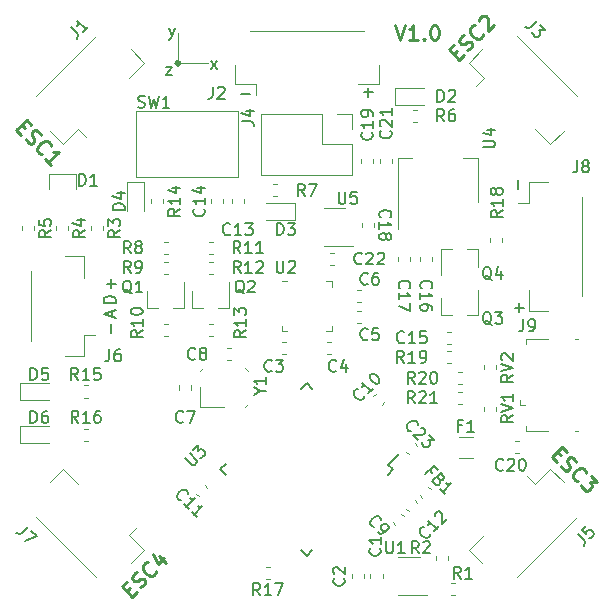
<source format=gbr>
G04 #@! TF.GenerationSoftware,KiCad,Pcbnew,(5.1.8)-1*
G04 #@! TF.CreationDate,2021-01-03T13:20:31-07:00*
G04 #@! TF.ProjectId,Flight-Controller-PCB,466c6967-6874-42d4-936f-6e74726f6c6c,rev?*
G04 #@! TF.SameCoordinates,Original*
G04 #@! TF.FileFunction,Legend,Top*
G04 #@! TF.FilePolarity,Positive*
%FSLAX46Y46*%
G04 Gerber Fmt 4.6, Leading zero omitted, Abs format (unit mm)*
G04 Created by KiCad (PCBNEW (5.1.8)-1) date 2021-01-03 13:20:31*
%MOMM*%
%LPD*%
G01*
G04 APERTURE LIST*
%ADD10C,0.250000*%
%ADD11C,0.200000*%
%ADD12C,0.400000*%
%ADD13C,0.120000*%
%ADD14C,0.150000*%
G04 APERTURE END LIST*
D10*
X96393238Y-90501476D02*
X96809904Y-91751476D01*
X97226571Y-90501476D01*
X98298000Y-91751476D02*
X97583714Y-91751476D01*
X97940857Y-91751476D02*
X97940857Y-90501476D01*
X97821809Y-90680047D01*
X97702761Y-90799095D01*
X97583714Y-90858619D01*
X98833714Y-91632428D02*
X98893238Y-91691952D01*
X98833714Y-91751476D01*
X98774190Y-91691952D01*
X98833714Y-91632428D01*
X98833714Y-91751476D01*
X99667047Y-90501476D02*
X99786095Y-90501476D01*
X99905142Y-90561000D01*
X99964666Y-90620523D01*
X100024190Y-90739571D01*
X100083714Y-90977666D01*
X100083714Y-91275285D01*
X100024190Y-91513380D01*
X99964666Y-91632428D01*
X99905142Y-91691952D01*
X99786095Y-91751476D01*
X99667047Y-91751476D01*
X99548000Y-91691952D01*
X99488476Y-91632428D01*
X99428952Y-91513380D01*
X99369428Y-91275285D01*
X99369428Y-90977666D01*
X99428952Y-90739571D01*
X99488476Y-90620523D01*
X99548000Y-90561000D01*
X99667047Y-90501476D01*
D11*
X76954095Y-94019714D02*
X77477904Y-94019714D01*
X76954095Y-94686380D01*
X77477904Y-94686380D01*
X80764095Y-94178380D02*
X81287904Y-93511714D01*
X80764095Y-93511714D02*
X81287904Y-94178380D01*
X77231904Y-90717714D02*
X77470000Y-91384380D01*
X77708095Y-90717714D02*
X77470000Y-91384380D01*
X77374761Y-91622476D01*
X77327142Y-91670095D01*
X77231904Y-91717714D01*
D12*
X78078000Y-93726000D02*
G75*
G03*
X78078000Y-93726000I-100000J0D01*
G01*
D13*
X77978000Y-93726000D02*
X80518000Y-93726000D01*
X77978000Y-91186000D02*
X77978000Y-93726000D01*
D14*
X84073952Y-96321571D02*
X83312047Y-96321571D01*
X94487952Y-96194571D02*
X93726047Y-96194571D01*
X94107000Y-95813619D02*
X94107000Y-96575523D01*
X106751428Y-104393952D02*
X106751428Y-103632047D01*
X106878428Y-114807952D02*
X106878428Y-114046047D01*
X107259380Y-114427000D02*
X106497476Y-114427000D01*
X72334428Y-112775952D02*
X72334428Y-112014047D01*
X72715380Y-112395000D02*
X71953476Y-112395000D01*
X72715380Y-114014205D02*
X71715380Y-114014205D01*
X71715380Y-113776110D01*
X71763000Y-113633253D01*
X71858238Y-113538015D01*
X71953476Y-113490396D01*
X72143952Y-113442777D01*
X72286809Y-113442777D01*
X72477285Y-113490396D01*
X72572523Y-113538015D01*
X72667761Y-113633253D01*
X72715380Y-113776110D01*
X72715380Y-114014205D01*
X72334428Y-116585952D02*
X72334428Y-115824047D01*
X72429666Y-115157222D02*
X72429666Y-114681031D01*
X72715380Y-115252460D02*
X71715380Y-114919127D01*
X72715380Y-114585793D01*
D10*
X73647726Y-138443004D02*
X73942354Y-138148376D01*
X74531609Y-138485094D02*
X74110712Y-138905991D01*
X73226829Y-138022107D01*
X73647726Y-137601210D01*
X74826237Y-138106287D02*
X74994596Y-138022107D01*
X75205044Y-137811659D01*
X75247134Y-137685390D01*
X75247134Y-137601210D01*
X75205044Y-137474941D01*
X75120865Y-137390762D01*
X74994596Y-137348672D01*
X74910417Y-137348672D01*
X74784147Y-137390762D01*
X74573699Y-137517031D01*
X74447430Y-137559121D01*
X74363251Y-137559121D01*
X74236981Y-137517031D01*
X74152802Y-137432852D01*
X74110712Y-137306582D01*
X74110712Y-137222403D01*
X74152802Y-137096134D01*
X74363251Y-136885686D01*
X74531609Y-136801506D01*
X76173107Y-136675237D02*
X76173107Y-136759417D01*
X76088928Y-136927775D01*
X76004748Y-137011955D01*
X75836390Y-137096134D01*
X75668031Y-137096134D01*
X75541762Y-137054044D01*
X75331313Y-136927775D01*
X75205044Y-136801506D01*
X75078775Y-136591058D01*
X75036686Y-136464789D01*
X75036686Y-136296430D01*
X75120865Y-136128071D01*
X75205044Y-136043892D01*
X75373403Y-135959712D01*
X75457582Y-135959712D01*
X76425645Y-135412546D02*
X77014901Y-136001802D01*
X75878479Y-135286277D02*
X76299376Y-136128071D01*
X76846542Y-135580905D01*
X110095995Y-126606726D02*
X110390623Y-126901354D01*
X110053905Y-127490609D02*
X109633008Y-127069712D01*
X110516892Y-126185829D01*
X110937789Y-126606726D01*
X110432712Y-127785237D02*
X110516892Y-127953596D01*
X110727340Y-128164044D01*
X110853609Y-128206134D01*
X110937789Y-128206134D01*
X111064058Y-128164044D01*
X111148237Y-128079865D01*
X111190327Y-127953596D01*
X111190327Y-127869417D01*
X111148237Y-127743147D01*
X111021968Y-127532699D01*
X110979878Y-127406430D01*
X110979878Y-127322251D01*
X111021968Y-127195981D01*
X111106147Y-127111802D01*
X111232417Y-127069712D01*
X111316596Y-127069712D01*
X111442865Y-127111802D01*
X111653313Y-127322251D01*
X111737493Y-127490609D01*
X111863762Y-129132107D02*
X111779582Y-129132107D01*
X111611224Y-129047928D01*
X111527044Y-128963748D01*
X111442865Y-128795390D01*
X111442865Y-128627031D01*
X111484955Y-128500762D01*
X111611224Y-128290313D01*
X111737493Y-128164044D01*
X111947941Y-128037775D01*
X112074210Y-127995686D01*
X112242569Y-127995686D01*
X112410928Y-128079865D01*
X112495107Y-128164044D01*
X112579287Y-128332403D01*
X112579287Y-128416582D01*
X112958094Y-128627031D02*
X113505260Y-129174197D01*
X112873914Y-129216287D01*
X113000183Y-129342556D01*
X113042273Y-129468825D01*
X113042273Y-129553004D01*
X113000183Y-129679273D01*
X112789735Y-129889722D01*
X112663466Y-129931811D01*
X112579287Y-129931811D01*
X112453018Y-129889722D01*
X112200479Y-129637183D01*
X112158390Y-129510914D01*
X112158390Y-129426735D01*
X101333726Y-92977004D02*
X101628354Y-92682376D01*
X102217609Y-93019094D02*
X101796712Y-93439991D01*
X100912829Y-92556107D01*
X101333726Y-92135210D01*
X102512237Y-92640287D02*
X102680596Y-92556107D01*
X102891044Y-92345659D01*
X102933134Y-92219390D01*
X102933134Y-92135210D01*
X102891044Y-92008941D01*
X102806865Y-91924762D01*
X102680596Y-91882672D01*
X102596417Y-91882672D01*
X102470147Y-91924762D01*
X102259699Y-92051031D01*
X102133430Y-92093121D01*
X102049251Y-92093121D01*
X101922981Y-92051031D01*
X101838802Y-91966852D01*
X101796712Y-91840582D01*
X101796712Y-91756403D01*
X101838802Y-91630134D01*
X102049251Y-91419686D01*
X102217609Y-91335506D01*
X103859107Y-91209237D02*
X103859107Y-91293417D01*
X103774928Y-91461775D01*
X103690748Y-91545955D01*
X103522390Y-91630134D01*
X103354031Y-91630134D01*
X103227762Y-91588044D01*
X103017313Y-91461775D01*
X102891044Y-91335506D01*
X102764775Y-91125058D01*
X102722686Y-90998789D01*
X102722686Y-90830430D01*
X102806865Y-90662071D01*
X102891044Y-90577892D01*
X103059403Y-90493712D01*
X103143582Y-90493712D01*
X103480300Y-90156995D02*
X103480300Y-90072816D01*
X103522390Y-89946546D01*
X103732838Y-89736098D01*
X103859107Y-89694008D01*
X103943287Y-89694008D01*
X104069556Y-89736098D01*
X104153735Y-89820277D01*
X104237914Y-89988636D01*
X104237914Y-90998789D01*
X104785080Y-90451623D01*
X64756995Y-98920726D02*
X65051623Y-99215354D01*
X64714905Y-99804609D02*
X64294008Y-99383712D01*
X65177892Y-98499829D01*
X65598789Y-98920726D01*
X65093712Y-100099237D02*
X65177892Y-100267596D01*
X65388340Y-100478044D01*
X65514609Y-100520134D01*
X65598789Y-100520134D01*
X65725058Y-100478044D01*
X65809237Y-100393865D01*
X65851327Y-100267596D01*
X65851327Y-100183417D01*
X65809237Y-100057147D01*
X65682968Y-99846699D01*
X65640878Y-99720430D01*
X65640878Y-99636251D01*
X65682968Y-99509981D01*
X65767147Y-99425802D01*
X65893417Y-99383712D01*
X65977596Y-99383712D01*
X66103865Y-99425802D01*
X66314313Y-99636251D01*
X66398493Y-99804609D01*
X66524762Y-101446107D02*
X66440582Y-101446107D01*
X66272224Y-101361928D01*
X66188044Y-101277748D01*
X66103865Y-101109390D01*
X66103865Y-100941031D01*
X66145955Y-100814762D01*
X66272224Y-100604313D01*
X66398493Y-100478044D01*
X66608941Y-100351775D01*
X66735210Y-100309686D01*
X66903569Y-100309686D01*
X67071928Y-100393865D01*
X67156107Y-100478044D01*
X67240287Y-100646403D01*
X67240287Y-100730582D01*
X67282376Y-102372080D02*
X66777300Y-101867004D01*
X67029838Y-102119542D02*
X67913722Y-101235659D01*
X67703273Y-101277748D01*
X67534914Y-101277748D01*
X67408645Y-101235659D01*
D13*
X95318666Y-136988733D02*
X95318666Y-137331267D01*
X94298666Y-136988733D02*
X94298666Y-137331267D01*
X92708000Y-136988733D02*
X92708000Y-137331267D01*
X93728000Y-136988733D02*
X93728000Y-137331267D01*
X87166267Y-117346000D02*
X86823733Y-117346000D01*
X87166267Y-118366000D02*
X86823733Y-118366000D01*
X90633733Y-117346000D02*
X90976267Y-117346000D01*
X90633733Y-118366000D02*
X90976267Y-118366000D01*
X93173733Y-115699000D02*
X93516267Y-115699000D01*
X93173733Y-114679000D02*
X93516267Y-114679000D01*
X93516267Y-113921000D02*
X93173733Y-113921000D01*
X93516267Y-112901000D02*
X93173733Y-112901000D01*
X79134216Y-121347216D02*
X79134216Y-121004682D01*
X78114216Y-121347216D02*
X78114216Y-121004682D01*
X82171947Y-117835949D02*
X82514481Y-117835949D01*
X82171947Y-118855949D02*
X82514481Y-118855949D01*
X96886520Y-131852271D02*
X97128729Y-132094480D01*
X96165271Y-132573520D02*
X96407480Y-132815729D01*
X95235520Y-122655729D02*
X95477729Y-122413520D01*
X94514271Y-121934480D02*
X94756480Y-121692271D01*
X80491729Y-129681480D02*
X80249520Y-129439271D01*
X79770480Y-130402729D02*
X79528271Y-130160520D01*
X98029520Y-130709271D02*
X98271729Y-130951480D01*
X97308271Y-131430520D02*
X97550480Y-131672729D01*
X82548000Y-105238733D02*
X82548000Y-105581267D01*
X83568000Y-105238733D02*
X83568000Y-105581267D01*
X81790000Y-105238733D02*
X81790000Y-105581267D01*
X80770000Y-105238733D02*
X80770000Y-105581267D01*
X101136267Y-117477000D02*
X100793733Y-117477000D01*
X101136267Y-116457000D02*
X100793733Y-116457000D01*
X98474000Y-110457267D02*
X98474000Y-110114733D01*
X99494000Y-110457267D02*
X99494000Y-110114733D01*
X96624000Y-110457267D02*
X96624000Y-110114733D01*
X97644000Y-110457267D02*
X97644000Y-110114733D01*
X94563500Y-107590267D02*
X94563500Y-107247733D01*
X93543500Y-107590267D02*
X93543500Y-107247733D01*
X93531333Y-101842733D02*
X93531333Y-102185267D01*
X94551333Y-101842733D02*
X94551333Y-102185267D01*
X106508733Y-125728000D02*
X106851267Y-125728000D01*
X106508733Y-126748000D02*
X106851267Y-126748000D01*
X95077666Y-101842733D02*
X95077666Y-102185267D01*
X96097666Y-101842733D02*
X96097666Y-102185267D01*
X90858233Y-110809500D02*
X91200767Y-110809500D01*
X90858233Y-109789500D02*
X91200767Y-109789500D01*
X67058000Y-103124000D02*
X67058000Y-104394000D01*
X69344000Y-103124000D02*
X67058000Y-103124000D01*
X69344000Y-104394000D02*
X69344000Y-103124000D01*
X98844000Y-95785000D02*
X96384000Y-95785000D01*
X96384000Y-95785000D02*
X96384000Y-97255000D01*
X96384000Y-97255000D02*
X98844000Y-97255000D01*
X87879000Y-105555000D02*
X85419000Y-105555000D01*
X87879000Y-107025000D02*
X87879000Y-105555000D01*
X85419000Y-107025000D02*
X87879000Y-107025000D01*
X75157000Y-106210000D02*
X75157000Y-103750000D01*
X75157000Y-103750000D02*
X73687000Y-103750000D01*
X73687000Y-103750000D02*
X73687000Y-106210000D01*
X64583000Y-122250341D02*
X67043000Y-122250341D01*
X64583000Y-120780341D02*
X64583000Y-122250341D01*
X67043000Y-120780341D02*
X64583000Y-120780341D01*
X67043000Y-124423500D02*
X64583000Y-124423500D01*
X64583000Y-124423500D02*
X64583000Y-125893500D01*
X64583000Y-125893500D02*
X67043000Y-125893500D01*
X102964064Y-125328000D02*
X101759936Y-125328000D01*
X102964064Y-127148000D02*
X101759936Y-127148000D01*
X67147309Y-99420387D02*
X68278680Y-100551758D01*
X68278680Y-100551758D02*
X69551472Y-99278965D01*
X69551472Y-99278965D02*
X70216152Y-99943646D01*
X74020387Y-92547309D02*
X75151758Y-93678680D01*
X75151758Y-93678680D02*
X73878965Y-94951472D01*
X66015938Y-96492965D02*
X71092965Y-91415938D01*
X84060000Y-90986000D02*
X93740000Y-90986000D01*
X95010000Y-95456000D02*
X93210000Y-95456000D01*
X95010000Y-93856000D02*
X95010000Y-95456000D01*
X84590000Y-95456000D02*
X84590000Y-96396000D01*
X82790000Y-95456000D02*
X84590000Y-95456000D01*
X82790000Y-93856000D02*
X82790000Y-95456000D01*
X106707035Y-91415938D02*
X111784062Y-96492965D01*
X109521320Y-100551758D02*
X108248528Y-99278965D01*
X110652691Y-99420387D02*
X109521320Y-100551758D01*
X103921035Y-94951472D02*
X103256354Y-95616152D01*
X102648242Y-93678680D02*
X103921035Y-94951472D01*
X103779613Y-92547309D02*
X102648242Y-93678680D01*
X92755000Y-97984000D02*
X92755000Y-99314000D01*
X91425000Y-97984000D02*
X92755000Y-97984000D01*
X92755000Y-100584000D02*
X92755000Y-103184000D01*
X90155000Y-100584000D02*
X92755000Y-100584000D01*
X90155000Y-97984000D02*
X90155000Y-100584000D01*
X92755000Y-103184000D02*
X85015000Y-103184000D01*
X90155000Y-97984000D02*
X85015000Y-97984000D01*
X85015000Y-97984000D02*
X85015000Y-103184000D01*
X110652691Y-129179613D02*
X109521320Y-128048242D01*
X109521320Y-128048242D02*
X108248528Y-129321035D01*
X108248528Y-129321035D02*
X107583848Y-128656354D01*
X103779613Y-136052691D02*
X102648242Y-134921320D01*
X102648242Y-134921320D02*
X103921035Y-133648528D01*
X111784062Y-132107035D02*
X106707035Y-137184062D01*
X65591000Y-117265000D02*
X65591000Y-111335000D01*
X70061000Y-110065000D02*
X70061000Y-111865000D01*
X68461000Y-110065000D02*
X70061000Y-110065000D01*
X70061000Y-116735000D02*
X71001000Y-116735000D01*
X70061000Y-118535000D02*
X70061000Y-116735000D01*
X68461000Y-118535000D02*
X70061000Y-118535000D01*
X71092965Y-137184062D02*
X66015938Y-132107035D01*
X68278680Y-128048242D02*
X69551472Y-129321035D01*
X67147309Y-129179613D02*
X68278680Y-128048242D01*
X73878965Y-133648528D02*
X74543646Y-132983848D01*
X75151758Y-134921320D02*
X73878965Y-133648528D01*
X74020387Y-136052691D02*
X75151758Y-134921320D01*
X112207000Y-105017158D02*
X112207000Y-113447158D01*
X107737000Y-114717158D02*
X107737000Y-112917158D01*
X109337000Y-114717158D02*
X107737000Y-114717158D01*
X107737000Y-105547158D02*
X106797000Y-105547158D01*
X107737000Y-103747158D02*
X107737000Y-105547158D01*
X109337000Y-103747158D02*
X107737000Y-103747158D01*
X106944500Y-122647842D02*
X107394500Y-122647842D01*
X106944500Y-122647842D02*
X106944500Y-122197842D01*
X107494500Y-117047842D02*
X107494500Y-117497842D01*
X109344500Y-117047842D02*
X107494500Y-117047842D01*
X111894500Y-124847842D02*
X111644500Y-124847842D01*
X111894500Y-117047842D02*
X111644500Y-117047842D01*
X109344500Y-124847842D02*
X107494500Y-124847842D01*
X107494500Y-124847842D02*
X107494500Y-124397842D01*
X75382000Y-114440332D02*
X75382000Y-112980332D01*
X78542000Y-114440332D02*
X78542000Y-112280332D01*
X78542000Y-114440332D02*
X77612000Y-114440332D01*
X75382000Y-114440332D02*
X76312000Y-114440332D01*
X79192000Y-114440332D02*
X80122000Y-114440332D01*
X82352000Y-114440332D02*
X81422000Y-114440332D01*
X82352000Y-114440332D02*
X82352000Y-112280332D01*
X79192000Y-114440332D02*
X79192000Y-112980332D01*
X100274000Y-115060000D02*
X101204000Y-115060000D01*
X103434000Y-115060000D02*
X102504000Y-115060000D01*
X103434000Y-115060000D02*
X103434000Y-112900000D01*
X100274000Y-115060000D02*
X100274000Y-113600000D01*
X103434000Y-109476000D02*
X103434000Y-110936000D01*
X100274000Y-109476000D02*
X100274000Y-111636000D01*
X100274000Y-109476000D02*
X101204000Y-109476000D01*
X103434000Y-109476000D02*
X102504000Y-109476000D01*
X101078733Y-138740000D02*
X101421267Y-138740000D01*
X101078733Y-137720000D02*
X101421267Y-137720000D01*
X100840000Y-135464733D02*
X100840000Y-135807267D01*
X99820000Y-135464733D02*
X99820000Y-135807267D01*
X71630000Y-107867267D02*
X71630000Y-107524733D01*
X70610000Y-107867267D02*
X70610000Y-107524733D01*
X67691000Y-107867267D02*
X67691000Y-107524733D01*
X68711000Y-107867267D02*
X68711000Y-107524733D01*
X65788000Y-107867267D02*
X65788000Y-107524733D01*
X64768000Y-107867267D02*
X64768000Y-107524733D01*
X97872733Y-98681000D02*
X98215267Y-98681000D01*
X97872733Y-97661000D02*
X98215267Y-97661000D01*
X86404267Y-105000000D02*
X86061733Y-105000000D01*
X86404267Y-103980000D02*
X86061733Y-103980000D01*
X76790733Y-109857000D02*
X77133267Y-109857000D01*
X76790733Y-108837000D02*
X77133267Y-108837000D01*
X76790733Y-110518666D02*
X77133267Y-110518666D01*
X76790733Y-111538666D02*
X77133267Y-111538666D01*
X77133267Y-115822000D02*
X76790733Y-115822000D01*
X77133267Y-116842000D02*
X76790733Y-116842000D01*
X80600733Y-108837000D02*
X80943267Y-108837000D01*
X80600733Y-109857000D02*
X80943267Y-109857000D01*
X80600733Y-111538666D02*
X80943267Y-111538666D01*
X80600733Y-110518666D02*
X80943267Y-110518666D01*
X80600733Y-115822000D02*
X80943267Y-115822000D01*
X80600733Y-116842000D02*
X80943267Y-116842000D01*
X75690000Y-105581267D02*
X75690000Y-105238733D01*
X76710000Y-105581267D02*
X76710000Y-105238733D01*
X70371267Y-121005341D02*
X70028733Y-121005341D01*
X70371267Y-122025341D02*
X70028733Y-122025341D01*
X70371267Y-125668500D02*
X70028733Y-125668500D01*
X70371267Y-124648500D02*
X70028733Y-124648500D01*
X85426733Y-137416000D02*
X85769267Y-137416000D01*
X85426733Y-136396000D02*
X85769267Y-136396000D01*
X104440500Y-108540733D02*
X104440500Y-108883267D01*
X105460500Y-108540733D02*
X105460500Y-108883267D01*
X100793733Y-118108000D02*
X101136267Y-118108000D01*
X100793733Y-119128000D02*
X101136267Y-119128000D01*
X102025267Y-120906000D02*
X101682733Y-120906000D01*
X102025267Y-119886000D02*
X101682733Y-119886000D01*
X101682733Y-122557000D02*
X102025267Y-122557000D01*
X101682733Y-121537000D02*
X102025267Y-121537000D01*
X83058000Y-97795000D02*
X74422000Y-97795000D01*
X83058000Y-103383000D02*
X83058000Y-97795000D01*
X74422000Y-103383000D02*
X83058000Y-103383000D01*
X74422000Y-97795000D02*
X74422000Y-103383000D01*
X98469332Y-135550000D02*
X96669332Y-135550000D01*
X96669332Y-138770000D02*
X99119332Y-138770000D01*
X87265000Y-112190000D02*
X86790000Y-112190000D01*
X91010000Y-116410000D02*
X91010000Y-115935000D01*
X90535000Y-116410000D02*
X91010000Y-116410000D01*
X86790000Y-116410000D02*
X86790000Y-115935000D01*
X87265000Y-116410000D02*
X86790000Y-116410000D01*
X91010000Y-112190000D02*
X91010000Y-112665000D01*
X90535000Y-112190000D02*
X91010000Y-112190000D01*
D14*
X95811969Y-127703414D02*
X96713530Y-126801852D01*
X88900000Y-135428555D02*
X89377297Y-134951258D01*
X81581445Y-128110000D02*
X82058742Y-127632703D01*
X88900000Y-120791445D02*
X88422703Y-121268742D01*
X96218555Y-128110000D02*
X95741258Y-128587297D01*
X88900000Y-120791445D02*
X89377297Y-121268742D01*
X81581445Y-128110000D02*
X82058742Y-128587297D01*
X88900000Y-135428555D02*
X88422703Y-134951258D01*
X96218555Y-128110000D02*
X95811969Y-127703414D01*
D13*
X96594000Y-107732000D02*
X96594000Y-101722000D01*
X103414000Y-105482000D02*
X103414000Y-101722000D01*
X96594000Y-101722000D02*
X97854000Y-101722000D01*
X103414000Y-101722000D02*
X102154000Y-101722000D01*
X90379500Y-109179000D02*
X92829500Y-109179000D01*
X92179500Y-105959000D02*
X90379500Y-105959000D01*
X83704215Y-122790949D02*
X83958215Y-122536949D01*
X83958215Y-119742949D02*
X83704215Y-119488949D01*
X79894215Y-119742949D02*
X80148215Y-119488949D01*
X79894215Y-121139949D02*
X79894215Y-122790949D01*
X81926215Y-122790949D02*
X79894215Y-122790949D01*
X103884000Y-122795733D02*
X103884000Y-123138267D01*
X104904000Y-122795733D02*
X104904000Y-123138267D01*
X103884000Y-119647267D02*
X103884000Y-119304733D01*
X104904000Y-119647267D02*
X104904000Y-119304733D01*
X99414729Y-129808480D02*
X99172520Y-129566271D01*
X98693480Y-130529729D02*
X98451271Y-130287520D01*
X97308271Y-126604520D02*
X97550480Y-126846729D01*
X98029520Y-125883271D02*
X98271729Y-126125480D01*
D14*
X95099142Y-134786666D02*
X95146761Y-134834285D01*
X95194380Y-134977142D01*
X95194380Y-135072380D01*
X95146761Y-135215238D01*
X95051523Y-135310476D01*
X94956285Y-135358095D01*
X94765809Y-135405714D01*
X94622952Y-135405714D01*
X94432476Y-135358095D01*
X94337238Y-135310476D01*
X94242000Y-135215238D01*
X94194380Y-135072380D01*
X94194380Y-134977142D01*
X94242000Y-134834285D01*
X94289619Y-134786666D01*
X95194380Y-133834285D02*
X95194380Y-134405714D01*
X95194380Y-134120000D02*
X94194380Y-134120000D01*
X94337238Y-134215238D01*
X94432476Y-134310476D01*
X94480095Y-134405714D01*
X92051142Y-137326666D02*
X92098761Y-137374285D01*
X92146380Y-137517142D01*
X92146380Y-137612380D01*
X92098761Y-137755238D01*
X92003523Y-137850476D01*
X91908285Y-137898095D01*
X91717809Y-137945714D01*
X91574952Y-137945714D01*
X91384476Y-137898095D01*
X91289238Y-137850476D01*
X91194000Y-137755238D01*
X91146380Y-137612380D01*
X91146380Y-137517142D01*
X91194000Y-137374285D01*
X91241619Y-137326666D01*
X91241619Y-136945714D02*
X91194000Y-136898095D01*
X91146380Y-136802857D01*
X91146380Y-136564761D01*
X91194000Y-136469523D01*
X91241619Y-136421904D01*
X91336857Y-136374285D01*
X91432095Y-136374285D01*
X91574952Y-136421904D01*
X92146380Y-136993333D01*
X92146380Y-136374285D01*
X85939333Y-119737142D02*
X85891714Y-119784761D01*
X85748857Y-119832380D01*
X85653619Y-119832380D01*
X85510761Y-119784761D01*
X85415523Y-119689523D01*
X85367904Y-119594285D01*
X85320285Y-119403809D01*
X85320285Y-119260952D01*
X85367904Y-119070476D01*
X85415523Y-118975238D01*
X85510761Y-118880000D01*
X85653619Y-118832380D01*
X85748857Y-118832380D01*
X85891714Y-118880000D01*
X85939333Y-118927619D01*
X86272666Y-118832380D02*
X86891714Y-118832380D01*
X86558380Y-119213333D01*
X86701238Y-119213333D01*
X86796476Y-119260952D01*
X86844095Y-119308571D01*
X86891714Y-119403809D01*
X86891714Y-119641904D01*
X86844095Y-119737142D01*
X86796476Y-119784761D01*
X86701238Y-119832380D01*
X86415523Y-119832380D01*
X86320285Y-119784761D01*
X86272666Y-119737142D01*
X91400333Y-119737142D02*
X91352714Y-119784761D01*
X91209857Y-119832380D01*
X91114619Y-119832380D01*
X90971761Y-119784761D01*
X90876523Y-119689523D01*
X90828904Y-119594285D01*
X90781285Y-119403809D01*
X90781285Y-119260952D01*
X90828904Y-119070476D01*
X90876523Y-118975238D01*
X90971761Y-118880000D01*
X91114619Y-118832380D01*
X91209857Y-118832380D01*
X91352714Y-118880000D01*
X91400333Y-118927619D01*
X92257476Y-119165714D02*
X92257476Y-119832380D01*
X92019380Y-118784761D02*
X91781285Y-119499047D01*
X92400333Y-119499047D01*
X94067333Y-117070142D02*
X94019714Y-117117761D01*
X93876857Y-117165380D01*
X93781619Y-117165380D01*
X93638761Y-117117761D01*
X93543523Y-117022523D01*
X93495904Y-116927285D01*
X93448285Y-116736809D01*
X93448285Y-116593952D01*
X93495904Y-116403476D01*
X93543523Y-116308238D01*
X93638761Y-116213000D01*
X93781619Y-116165380D01*
X93876857Y-116165380D01*
X94019714Y-116213000D01*
X94067333Y-116260619D01*
X94972095Y-116165380D02*
X94495904Y-116165380D01*
X94448285Y-116641571D01*
X94495904Y-116593952D01*
X94591142Y-116546333D01*
X94829238Y-116546333D01*
X94924476Y-116593952D01*
X94972095Y-116641571D01*
X95019714Y-116736809D01*
X95019714Y-116974904D01*
X94972095Y-117070142D01*
X94924476Y-117117761D01*
X94829238Y-117165380D01*
X94591142Y-117165380D01*
X94495904Y-117117761D01*
X94448285Y-117070142D01*
X94067333Y-112371142D02*
X94019714Y-112418761D01*
X93876857Y-112466380D01*
X93781619Y-112466380D01*
X93638761Y-112418761D01*
X93543523Y-112323523D01*
X93495904Y-112228285D01*
X93448285Y-112037809D01*
X93448285Y-111894952D01*
X93495904Y-111704476D01*
X93543523Y-111609238D01*
X93638761Y-111514000D01*
X93781619Y-111466380D01*
X93876857Y-111466380D01*
X94019714Y-111514000D01*
X94067333Y-111561619D01*
X94924476Y-111466380D02*
X94734000Y-111466380D01*
X94638761Y-111514000D01*
X94591142Y-111561619D01*
X94495904Y-111704476D01*
X94448285Y-111894952D01*
X94448285Y-112275904D01*
X94495904Y-112371142D01*
X94543523Y-112418761D01*
X94638761Y-112466380D01*
X94829238Y-112466380D01*
X94924476Y-112418761D01*
X94972095Y-112371142D01*
X95019714Y-112275904D01*
X95019714Y-112037809D01*
X94972095Y-111942571D01*
X94924476Y-111894952D01*
X94829238Y-111847333D01*
X94638761Y-111847333D01*
X94543523Y-111894952D01*
X94495904Y-111942571D01*
X94448285Y-112037809D01*
X78446333Y-124055142D02*
X78398714Y-124102761D01*
X78255857Y-124150380D01*
X78160619Y-124150380D01*
X78017761Y-124102761D01*
X77922523Y-124007523D01*
X77874904Y-123912285D01*
X77827285Y-123721809D01*
X77827285Y-123578952D01*
X77874904Y-123388476D01*
X77922523Y-123293238D01*
X78017761Y-123198000D01*
X78160619Y-123150380D01*
X78255857Y-123150380D01*
X78398714Y-123198000D01*
X78446333Y-123245619D01*
X78779666Y-123150380D02*
X79446333Y-123150380D01*
X79017761Y-124150380D01*
X79462333Y-118721142D02*
X79414714Y-118768761D01*
X79271857Y-118816380D01*
X79176619Y-118816380D01*
X79033761Y-118768761D01*
X78938523Y-118673523D01*
X78890904Y-118578285D01*
X78843285Y-118387809D01*
X78843285Y-118244952D01*
X78890904Y-118054476D01*
X78938523Y-117959238D01*
X79033761Y-117864000D01*
X79176619Y-117816380D01*
X79271857Y-117816380D01*
X79414714Y-117864000D01*
X79462333Y-117911619D01*
X80033761Y-118244952D02*
X79938523Y-118197333D01*
X79890904Y-118149714D01*
X79843285Y-118054476D01*
X79843285Y-118006857D01*
X79890904Y-117911619D01*
X79938523Y-117864000D01*
X80033761Y-117816380D01*
X80224238Y-117816380D01*
X80319476Y-117864000D01*
X80367095Y-117911619D01*
X80414714Y-118006857D01*
X80414714Y-118054476D01*
X80367095Y-118149714D01*
X80319476Y-118197333D01*
X80224238Y-118244952D01*
X80033761Y-118244952D01*
X79938523Y-118292571D01*
X79890904Y-118340190D01*
X79843285Y-118435428D01*
X79843285Y-118625904D01*
X79890904Y-118721142D01*
X79938523Y-118768761D01*
X80033761Y-118816380D01*
X80224238Y-118816380D01*
X80319476Y-118768761D01*
X80367095Y-118721142D01*
X80414714Y-118625904D01*
X80414714Y-118435428D01*
X80367095Y-118340190D01*
X80319476Y-118292571D01*
X80224238Y-118244952D01*
X94625610Y-132976687D02*
X94558267Y-132976687D01*
X94423580Y-132909343D01*
X94356236Y-132842000D01*
X94288893Y-132707312D01*
X94288893Y-132572625D01*
X94322564Y-132471610D01*
X94423580Y-132303251D01*
X94524595Y-132202236D01*
X94692954Y-132101221D01*
X94793969Y-132067549D01*
X94928656Y-132067549D01*
X95063343Y-132134893D01*
X95130687Y-132202236D01*
X95198030Y-132336923D01*
X95198030Y-132404267D01*
X94894984Y-133380748D02*
X95029671Y-133515435D01*
X95130687Y-133549106D01*
X95198030Y-133549106D01*
X95366389Y-133515435D01*
X95534748Y-133414419D01*
X95804122Y-133145045D01*
X95837793Y-133044030D01*
X95837793Y-132976687D01*
X95804122Y-132875671D01*
X95669435Y-132740984D01*
X95568419Y-132707312D01*
X95501076Y-132707312D01*
X95400061Y-132740984D01*
X95231702Y-132909343D01*
X95198030Y-133010358D01*
X95198030Y-133077702D01*
X95231702Y-133178717D01*
X95366389Y-133313404D01*
X95467404Y-133347076D01*
X95534748Y-133347076D01*
X95635763Y-133313404D01*
X93782806Y-121869943D02*
X93782806Y-121937287D01*
X93715462Y-122071974D01*
X93648119Y-122139317D01*
X93513432Y-122206661D01*
X93378745Y-122206661D01*
X93277730Y-122172989D01*
X93109371Y-122071974D01*
X93008356Y-121970959D01*
X92907340Y-121802600D01*
X92873669Y-121701585D01*
X92873669Y-121566898D01*
X92941012Y-121432211D01*
X93008356Y-121364867D01*
X93143043Y-121297524D01*
X93210386Y-121297524D01*
X94523585Y-121263852D02*
X94119524Y-121667913D01*
X94321554Y-121465882D02*
X93614447Y-120758775D01*
X93648119Y-120927134D01*
X93648119Y-121061821D01*
X93614447Y-121162837D01*
X94254211Y-120119012D02*
X94321554Y-120051669D01*
X94422569Y-120017997D01*
X94489913Y-120017997D01*
X94590928Y-120051669D01*
X94759287Y-120152684D01*
X94927646Y-120321043D01*
X95028661Y-120489401D01*
X95062333Y-120590417D01*
X95062333Y-120657760D01*
X95028661Y-120758775D01*
X94961317Y-120826119D01*
X94860302Y-120859791D01*
X94792959Y-120859791D01*
X94691943Y-120826119D01*
X94523585Y-120725104D01*
X94355226Y-120556745D01*
X94254211Y-120388386D01*
X94220539Y-120287371D01*
X94220539Y-120220027D01*
X94254211Y-120119012D01*
X78291730Y-130730132D02*
X78224386Y-130730132D01*
X78089699Y-130662788D01*
X78022356Y-130595445D01*
X77955012Y-130460758D01*
X77955012Y-130326071D01*
X77988684Y-130225056D01*
X78089699Y-130056697D01*
X78190714Y-129955682D01*
X78359073Y-129854666D01*
X78460088Y-129820995D01*
X78594775Y-129820995D01*
X78729462Y-129888338D01*
X78796806Y-129955682D01*
X78864149Y-130090369D01*
X78864149Y-130157712D01*
X78897821Y-131470911D02*
X78493760Y-131066850D01*
X78695791Y-131268880D02*
X79402898Y-130561773D01*
X79234539Y-130595445D01*
X79099852Y-130595445D01*
X78998837Y-130561773D01*
X79571256Y-132144346D02*
X79167195Y-131740285D01*
X79369226Y-131942315D02*
X80076333Y-131235208D01*
X79907974Y-131268880D01*
X79773287Y-131268880D01*
X79672272Y-131235208D01*
X99365969Y-133549106D02*
X99365969Y-133616450D01*
X99298625Y-133751137D01*
X99231282Y-133818480D01*
X99096595Y-133885824D01*
X98961908Y-133885824D01*
X98860893Y-133852152D01*
X98692534Y-133751137D01*
X98591519Y-133650122D01*
X98490503Y-133481763D01*
X98456832Y-133380748D01*
X98456832Y-133246061D01*
X98524175Y-133111374D01*
X98591519Y-133044030D01*
X98726206Y-132976687D01*
X98793549Y-132976687D01*
X100106748Y-132943015D02*
X99702687Y-133347076D01*
X99904717Y-133145045D02*
X99197610Y-132437938D01*
X99231282Y-132606297D01*
X99231282Y-132740984D01*
X99197610Y-132842000D01*
X99736358Y-132033877D02*
X99736358Y-131966534D01*
X99770030Y-131865519D01*
X99938389Y-131697160D01*
X100039404Y-131663488D01*
X100106748Y-131663488D01*
X100207763Y-131697160D01*
X100275106Y-131764503D01*
X100342450Y-131899190D01*
X100342450Y-132707312D01*
X100780183Y-132269580D01*
X82415142Y-108180142D02*
X82367523Y-108227761D01*
X82224666Y-108275380D01*
X82129428Y-108275380D01*
X81986571Y-108227761D01*
X81891333Y-108132523D01*
X81843714Y-108037285D01*
X81796095Y-107846809D01*
X81796095Y-107703952D01*
X81843714Y-107513476D01*
X81891333Y-107418238D01*
X81986571Y-107323000D01*
X82129428Y-107275380D01*
X82224666Y-107275380D01*
X82367523Y-107323000D01*
X82415142Y-107370619D01*
X83367523Y-108275380D02*
X82796095Y-108275380D01*
X83081809Y-108275380D02*
X83081809Y-107275380D01*
X82986571Y-107418238D01*
X82891333Y-107513476D01*
X82796095Y-107561095D01*
X83700857Y-107275380D02*
X84319904Y-107275380D01*
X83986571Y-107656333D01*
X84129428Y-107656333D01*
X84224666Y-107703952D01*
X84272285Y-107751571D01*
X84319904Y-107846809D01*
X84319904Y-108084904D01*
X84272285Y-108180142D01*
X84224666Y-108227761D01*
X84129428Y-108275380D01*
X83843714Y-108275380D01*
X83748476Y-108227761D01*
X83700857Y-108180142D01*
X80180142Y-106052857D02*
X80227761Y-106100476D01*
X80275380Y-106243333D01*
X80275380Y-106338571D01*
X80227761Y-106481428D01*
X80132523Y-106576666D01*
X80037285Y-106624285D01*
X79846809Y-106671904D01*
X79703952Y-106671904D01*
X79513476Y-106624285D01*
X79418238Y-106576666D01*
X79323000Y-106481428D01*
X79275380Y-106338571D01*
X79275380Y-106243333D01*
X79323000Y-106100476D01*
X79370619Y-106052857D01*
X80275380Y-105100476D02*
X80275380Y-105671904D01*
X80275380Y-105386190D02*
X79275380Y-105386190D01*
X79418238Y-105481428D01*
X79513476Y-105576666D01*
X79561095Y-105671904D01*
X79608714Y-104243333D02*
X80275380Y-104243333D01*
X79227761Y-104481428D02*
X79942047Y-104719523D01*
X79942047Y-104100476D01*
X97147142Y-117324142D02*
X97099523Y-117371761D01*
X96956666Y-117419380D01*
X96861428Y-117419380D01*
X96718571Y-117371761D01*
X96623333Y-117276523D01*
X96575714Y-117181285D01*
X96528095Y-116990809D01*
X96528095Y-116847952D01*
X96575714Y-116657476D01*
X96623333Y-116562238D01*
X96718571Y-116467000D01*
X96861428Y-116419380D01*
X96956666Y-116419380D01*
X97099523Y-116467000D01*
X97147142Y-116514619D01*
X98099523Y-117419380D02*
X97528095Y-117419380D01*
X97813809Y-117419380D02*
X97813809Y-116419380D01*
X97718571Y-116562238D01*
X97623333Y-116657476D01*
X97528095Y-116705095D01*
X99004285Y-116419380D02*
X98528095Y-116419380D01*
X98480476Y-116895571D01*
X98528095Y-116847952D01*
X98623333Y-116800333D01*
X98861428Y-116800333D01*
X98956666Y-116847952D01*
X99004285Y-116895571D01*
X99051904Y-116990809D01*
X99051904Y-117228904D01*
X99004285Y-117324142D01*
X98956666Y-117371761D01*
X98861428Y-117419380D01*
X98623333Y-117419380D01*
X98528095Y-117371761D01*
X98480476Y-117324142D01*
X98626857Y-112768142D02*
X98579238Y-112720523D01*
X98531619Y-112577666D01*
X98531619Y-112482428D01*
X98579238Y-112339571D01*
X98674476Y-112244333D01*
X98769714Y-112196714D01*
X98960190Y-112149095D01*
X99103047Y-112149095D01*
X99293523Y-112196714D01*
X99388761Y-112244333D01*
X99484000Y-112339571D01*
X99531619Y-112482428D01*
X99531619Y-112577666D01*
X99484000Y-112720523D01*
X99436380Y-112768142D01*
X98531619Y-113720523D02*
X98531619Y-113149095D01*
X98531619Y-113434809D02*
X99531619Y-113434809D01*
X99388761Y-113339571D01*
X99293523Y-113244333D01*
X99245904Y-113149095D01*
X99531619Y-114577666D02*
X99531619Y-114387190D01*
X99484000Y-114291952D01*
X99436380Y-114244333D01*
X99293523Y-114149095D01*
X99103047Y-114101476D01*
X98722095Y-114101476D01*
X98626857Y-114149095D01*
X98579238Y-114196714D01*
X98531619Y-114291952D01*
X98531619Y-114482428D01*
X98579238Y-114577666D01*
X98626857Y-114625285D01*
X98722095Y-114672904D01*
X98960190Y-114672904D01*
X99055428Y-114625285D01*
X99103047Y-114577666D01*
X99150666Y-114482428D01*
X99150666Y-114291952D01*
X99103047Y-114196714D01*
X99055428Y-114149095D01*
X98960190Y-114101476D01*
X96776857Y-112768142D02*
X96729238Y-112720523D01*
X96681619Y-112577666D01*
X96681619Y-112482428D01*
X96729238Y-112339571D01*
X96824476Y-112244333D01*
X96919714Y-112196714D01*
X97110190Y-112149095D01*
X97253047Y-112149095D01*
X97443523Y-112196714D01*
X97538761Y-112244333D01*
X97634000Y-112339571D01*
X97681619Y-112482428D01*
X97681619Y-112577666D01*
X97634000Y-112720523D01*
X97586380Y-112768142D01*
X96681619Y-113720523D02*
X96681619Y-113149095D01*
X96681619Y-113434809D02*
X97681619Y-113434809D01*
X97538761Y-113339571D01*
X97443523Y-113244333D01*
X97395904Y-113149095D01*
X97681619Y-114053857D02*
X97681619Y-114720523D01*
X96681619Y-114291952D01*
X95156857Y-106776142D02*
X95109238Y-106728523D01*
X95061619Y-106585666D01*
X95061619Y-106490428D01*
X95109238Y-106347571D01*
X95204476Y-106252333D01*
X95299714Y-106204714D01*
X95490190Y-106157095D01*
X95633047Y-106157095D01*
X95823523Y-106204714D01*
X95918761Y-106252333D01*
X96014000Y-106347571D01*
X96061619Y-106490428D01*
X96061619Y-106585666D01*
X96014000Y-106728523D01*
X95966380Y-106776142D01*
X95061619Y-107728523D02*
X95061619Y-107157095D01*
X95061619Y-107442809D02*
X96061619Y-107442809D01*
X95918761Y-107347571D01*
X95823523Y-107252333D01*
X95775904Y-107157095D01*
X95633047Y-108299952D02*
X95680666Y-108204714D01*
X95728285Y-108157095D01*
X95823523Y-108109476D01*
X95871142Y-108109476D01*
X95966380Y-108157095D01*
X96014000Y-108204714D01*
X96061619Y-108299952D01*
X96061619Y-108490428D01*
X96014000Y-108585666D01*
X95966380Y-108633285D01*
X95871142Y-108680904D01*
X95823523Y-108680904D01*
X95728285Y-108633285D01*
X95680666Y-108585666D01*
X95633047Y-108490428D01*
X95633047Y-108299952D01*
X95585428Y-108204714D01*
X95537809Y-108157095D01*
X95442571Y-108109476D01*
X95252095Y-108109476D01*
X95156857Y-108157095D01*
X95109238Y-108204714D01*
X95061619Y-108299952D01*
X95061619Y-108490428D01*
X95109238Y-108585666D01*
X95156857Y-108633285D01*
X95252095Y-108680904D01*
X95442571Y-108680904D01*
X95537809Y-108633285D01*
X95585428Y-108585666D01*
X95633047Y-108490428D01*
X94398475Y-99575857D02*
X94446094Y-99623476D01*
X94493713Y-99766333D01*
X94493713Y-99861571D01*
X94446094Y-100004428D01*
X94350856Y-100099666D01*
X94255618Y-100147285D01*
X94065142Y-100194904D01*
X93922285Y-100194904D01*
X93731809Y-100147285D01*
X93636571Y-100099666D01*
X93541333Y-100004428D01*
X93493713Y-99861571D01*
X93493713Y-99766333D01*
X93541333Y-99623476D01*
X93588952Y-99575857D01*
X94493713Y-98623476D02*
X94493713Y-99194904D01*
X94493713Y-98909190D02*
X93493713Y-98909190D01*
X93636571Y-99004428D01*
X93731809Y-99099666D01*
X93779428Y-99194904D01*
X94493713Y-98147285D02*
X94493713Y-97956809D01*
X94446094Y-97861571D01*
X94398475Y-97813952D01*
X94255618Y-97718714D01*
X94065142Y-97671095D01*
X93684190Y-97671095D01*
X93588952Y-97718714D01*
X93541333Y-97766333D01*
X93493713Y-97861571D01*
X93493713Y-98052047D01*
X93541333Y-98147285D01*
X93588952Y-98194904D01*
X93684190Y-98242523D01*
X93922285Y-98242523D01*
X94017523Y-98194904D01*
X94065142Y-98147285D01*
X94112761Y-98052047D01*
X94112761Y-97861571D01*
X94065142Y-97766333D01*
X94017523Y-97718714D01*
X93922285Y-97671095D01*
X105529142Y-128119142D02*
X105481523Y-128166761D01*
X105338666Y-128214380D01*
X105243428Y-128214380D01*
X105100571Y-128166761D01*
X105005333Y-128071523D01*
X104957714Y-127976285D01*
X104910095Y-127785809D01*
X104910095Y-127642952D01*
X104957714Y-127452476D01*
X105005333Y-127357238D01*
X105100571Y-127262000D01*
X105243428Y-127214380D01*
X105338666Y-127214380D01*
X105481523Y-127262000D01*
X105529142Y-127309619D01*
X105910095Y-127309619D02*
X105957714Y-127262000D01*
X106052952Y-127214380D01*
X106291047Y-127214380D01*
X106386285Y-127262000D01*
X106433904Y-127309619D01*
X106481523Y-127404857D01*
X106481523Y-127500095D01*
X106433904Y-127642952D01*
X105862476Y-128214380D01*
X106481523Y-128214380D01*
X107100571Y-127214380D02*
X107195809Y-127214380D01*
X107291047Y-127262000D01*
X107338666Y-127309619D01*
X107386285Y-127404857D01*
X107433904Y-127595333D01*
X107433904Y-127833428D01*
X107386285Y-128023904D01*
X107338666Y-128119142D01*
X107291047Y-128166761D01*
X107195809Y-128214380D01*
X107100571Y-128214380D01*
X107005333Y-128166761D01*
X106957714Y-128119142D01*
X106910095Y-128023904D01*
X106862476Y-127833428D01*
X106862476Y-127595333D01*
X106910095Y-127404857D01*
X106957714Y-127309619D01*
X107005333Y-127262000D01*
X107100571Y-127214380D01*
X95988142Y-99448857D02*
X96035761Y-99496476D01*
X96083380Y-99639333D01*
X96083380Y-99734571D01*
X96035761Y-99877428D01*
X95940523Y-99972666D01*
X95845285Y-100020285D01*
X95654809Y-100067904D01*
X95511952Y-100067904D01*
X95321476Y-100020285D01*
X95226238Y-99972666D01*
X95131000Y-99877428D01*
X95083380Y-99734571D01*
X95083380Y-99639333D01*
X95131000Y-99496476D01*
X95178619Y-99448857D01*
X95178619Y-99067904D02*
X95131000Y-99020285D01*
X95083380Y-98925047D01*
X95083380Y-98686952D01*
X95131000Y-98591714D01*
X95178619Y-98544095D01*
X95273857Y-98496476D01*
X95369095Y-98496476D01*
X95511952Y-98544095D01*
X96083380Y-99115523D01*
X96083380Y-98496476D01*
X96083380Y-97544095D02*
X96083380Y-98115523D01*
X96083380Y-97829809D02*
X95083380Y-97829809D01*
X95226238Y-97925047D01*
X95321476Y-98020285D01*
X95369095Y-98115523D01*
X93561642Y-110656642D02*
X93514023Y-110704261D01*
X93371166Y-110751880D01*
X93275928Y-110751880D01*
X93133071Y-110704261D01*
X93037833Y-110609023D01*
X92990214Y-110513785D01*
X92942595Y-110323309D01*
X92942595Y-110180452D01*
X92990214Y-109989976D01*
X93037833Y-109894738D01*
X93133071Y-109799500D01*
X93275928Y-109751880D01*
X93371166Y-109751880D01*
X93514023Y-109799500D01*
X93561642Y-109847119D01*
X93942595Y-109847119D02*
X93990214Y-109799500D01*
X94085452Y-109751880D01*
X94323547Y-109751880D01*
X94418785Y-109799500D01*
X94466404Y-109847119D01*
X94514023Y-109942357D01*
X94514023Y-110037595D01*
X94466404Y-110180452D01*
X93894976Y-110751880D01*
X94514023Y-110751880D01*
X94894976Y-109847119D02*
X94942595Y-109799500D01*
X95037833Y-109751880D01*
X95275928Y-109751880D01*
X95371166Y-109799500D01*
X95418785Y-109847119D01*
X95466404Y-109942357D01*
X95466404Y-110037595D01*
X95418785Y-110180452D01*
X94847357Y-110751880D01*
X95466404Y-110751880D01*
X69619904Y-104084380D02*
X69619904Y-103084380D01*
X69858000Y-103084380D01*
X70000857Y-103132000D01*
X70096095Y-103227238D01*
X70143714Y-103322476D01*
X70191333Y-103512952D01*
X70191333Y-103655809D01*
X70143714Y-103846285D01*
X70096095Y-103941523D01*
X70000857Y-104036761D01*
X69858000Y-104084380D01*
X69619904Y-104084380D01*
X71143714Y-104084380D02*
X70572285Y-104084380D01*
X70858000Y-104084380D02*
X70858000Y-103084380D01*
X70762761Y-103227238D01*
X70667523Y-103322476D01*
X70572285Y-103370095D01*
X99972904Y-96972380D02*
X99972904Y-95972380D01*
X100211000Y-95972380D01*
X100353857Y-96020000D01*
X100449095Y-96115238D01*
X100496714Y-96210476D01*
X100544333Y-96400952D01*
X100544333Y-96543809D01*
X100496714Y-96734285D01*
X100449095Y-96829523D01*
X100353857Y-96924761D01*
X100211000Y-96972380D01*
X99972904Y-96972380D01*
X100925285Y-96067619D02*
X100972904Y-96020000D01*
X101068142Y-95972380D01*
X101306238Y-95972380D01*
X101401476Y-96020000D01*
X101449095Y-96067619D01*
X101496714Y-96162857D01*
X101496714Y-96258095D01*
X101449095Y-96400952D01*
X100877666Y-96972380D01*
X101496714Y-96972380D01*
X86383904Y-108266380D02*
X86383904Y-107266380D01*
X86622000Y-107266380D01*
X86764857Y-107314000D01*
X86860095Y-107409238D01*
X86907714Y-107504476D01*
X86955333Y-107694952D01*
X86955333Y-107837809D01*
X86907714Y-108028285D01*
X86860095Y-108123523D01*
X86764857Y-108218761D01*
X86622000Y-108266380D01*
X86383904Y-108266380D01*
X87288666Y-107266380D02*
X87907714Y-107266380D01*
X87574380Y-107647333D01*
X87717238Y-107647333D01*
X87812476Y-107694952D01*
X87860095Y-107742571D01*
X87907714Y-107837809D01*
X87907714Y-108075904D01*
X87860095Y-108171142D01*
X87812476Y-108218761D01*
X87717238Y-108266380D01*
X87431523Y-108266380D01*
X87336285Y-108218761D01*
X87288666Y-108171142D01*
X73477380Y-106148095D02*
X72477380Y-106148095D01*
X72477380Y-105910000D01*
X72525000Y-105767142D01*
X72620238Y-105671904D01*
X72715476Y-105624285D01*
X72905952Y-105576666D01*
X73048809Y-105576666D01*
X73239285Y-105624285D01*
X73334523Y-105671904D01*
X73429761Y-105767142D01*
X73477380Y-105910000D01*
X73477380Y-106148095D01*
X72810714Y-104719523D02*
X73477380Y-104719523D01*
X72429761Y-104957619D02*
X73144047Y-105195714D01*
X73144047Y-104576666D01*
X65504904Y-120530880D02*
X65504904Y-119530880D01*
X65743000Y-119530880D01*
X65885857Y-119578500D01*
X65981095Y-119673738D01*
X66028714Y-119768976D01*
X66076333Y-119959452D01*
X66076333Y-120102309D01*
X66028714Y-120292785D01*
X65981095Y-120388023D01*
X65885857Y-120483261D01*
X65743000Y-120530880D01*
X65504904Y-120530880D01*
X66981095Y-119530880D02*
X66504904Y-119530880D01*
X66457285Y-120007071D01*
X66504904Y-119959452D01*
X66600142Y-119911833D01*
X66838238Y-119911833D01*
X66933476Y-119959452D01*
X66981095Y-120007071D01*
X67028714Y-120102309D01*
X67028714Y-120340404D01*
X66981095Y-120435642D01*
X66933476Y-120483261D01*
X66838238Y-120530880D01*
X66600142Y-120530880D01*
X66504904Y-120483261D01*
X66457285Y-120435642D01*
X65504904Y-124180880D02*
X65504904Y-123180880D01*
X65743000Y-123180880D01*
X65885857Y-123228500D01*
X65981095Y-123323738D01*
X66028714Y-123418976D01*
X66076333Y-123609452D01*
X66076333Y-123752309D01*
X66028714Y-123942785D01*
X65981095Y-124038023D01*
X65885857Y-124133261D01*
X65743000Y-124180880D01*
X65504904Y-124180880D01*
X66933476Y-123180880D02*
X66743000Y-123180880D01*
X66647761Y-123228500D01*
X66600142Y-123276119D01*
X66504904Y-123418976D01*
X66457285Y-123609452D01*
X66457285Y-123990404D01*
X66504904Y-124085642D01*
X66552523Y-124133261D01*
X66647761Y-124180880D01*
X66838238Y-124180880D01*
X66933476Y-124133261D01*
X66981095Y-124085642D01*
X67028714Y-123990404D01*
X67028714Y-123752309D01*
X66981095Y-123657071D01*
X66933476Y-123609452D01*
X66838238Y-123561833D01*
X66647761Y-123561833D01*
X66552523Y-123609452D01*
X66504904Y-123657071D01*
X66457285Y-123752309D01*
X102028666Y-124388571D02*
X101695333Y-124388571D01*
X101695333Y-124912380D02*
X101695333Y-123912380D01*
X102171523Y-123912380D01*
X103076285Y-124912380D02*
X102504857Y-124912380D01*
X102790571Y-124912380D02*
X102790571Y-123912380D01*
X102695333Y-124055238D01*
X102600095Y-124150476D01*
X102504857Y-124198095D01*
X68973072Y-90653477D02*
X69478148Y-91158553D01*
X69545492Y-91293240D01*
X69545492Y-91427927D01*
X69478148Y-91562614D01*
X69410805Y-91629957D01*
X70387286Y-90653477D02*
X69983225Y-91057538D01*
X70185255Y-90855507D02*
X69478148Y-90148400D01*
X69511820Y-90316759D01*
X69511820Y-90451446D01*
X69478148Y-90552461D01*
X80946666Y-95718380D02*
X80946666Y-96432666D01*
X80899047Y-96575523D01*
X80803809Y-96670761D01*
X80660952Y-96718380D01*
X80565714Y-96718380D01*
X81375238Y-95813619D02*
X81422857Y-95766000D01*
X81518095Y-95718380D01*
X81756190Y-95718380D01*
X81851428Y-95766000D01*
X81899047Y-95813619D01*
X81946666Y-95908857D01*
X81946666Y-96004095D01*
X81899047Y-96146952D01*
X81327619Y-96718380D01*
X81946666Y-96718380D01*
X108355522Y-90182072D02*
X107850446Y-90687148D01*
X107715759Y-90754492D01*
X107581072Y-90754492D01*
X107446385Y-90687148D01*
X107379042Y-90619805D01*
X108624896Y-90451446D02*
X109062629Y-90889179D01*
X108557553Y-90922851D01*
X108658568Y-91023866D01*
X108692240Y-91124881D01*
X108692240Y-91192225D01*
X108658568Y-91293240D01*
X108490209Y-91461599D01*
X108389194Y-91495270D01*
X108321851Y-91495270D01*
X108220835Y-91461599D01*
X108018805Y-91259568D01*
X107985133Y-91158553D01*
X107985133Y-91091209D01*
X83399380Y-98631333D02*
X84113666Y-98631333D01*
X84256523Y-98678952D01*
X84351761Y-98774190D01*
X84399380Y-98917047D01*
X84399380Y-99012285D01*
X83732714Y-97726571D02*
X84399380Y-97726571D01*
X83351761Y-97964666D02*
X84066047Y-98202761D01*
X84066047Y-97583714D01*
X111899072Y-133579476D02*
X112404148Y-134084552D01*
X112471492Y-134219239D01*
X112471492Y-134353926D01*
X112404148Y-134488613D01*
X112336805Y-134555956D01*
X112572507Y-132906041D02*
X112235790Y-133242758D01*
X112538835Y-133613147D01*
X112538835Y-133545804D01*
X112572507Y-133444789D01*
X112740866Y-133276430D01*
X112841881Y-133242758D01*
X112909225Y-133242758D01*
X113010240Y-133276430D01*
X113178599Y-133444789D01*
X113212270Y-133545804D01*
X113212270Y-133613147D01*
X113178599Y-133714163D01*
X113010240Y-133882521D01*
X112909225Y-133916193D01*
X112841881Y-133916193D01*
X72183666Y-117943380D02*
X72183666Y-118657666D01*
X72136047Y-118800523D01*
X72040809Y-118895761D01*
X71897952Y-118943380D01*
X71802714Y-118943380D01*
X73088428Y-117943380D02*
X72897952Y-117943380D01*
X72802714Y-117991000D01*
X72755095Y-118038619D01*
X72659857Y-118181476D01*
X72612238Y-118371952D01*
X72612238Y-118752904D01*
X72659857Y-118848142D01*
X72707476Y-118895761D01*
X72802714Y-118943380D01*
X72993190Y-118943380D01*
X73088428Y-118895761D01*
X73136047Y-118848142D01*
X73183666Y-118752904D01*
X73183666Y-118514809D01*
X73136047Y-118419571D01*
X73088428Y-118371952D01*
X72993190Y-118324333D01*
X72802714Y-118324333D01*
X72707476Y-118371952D01*
X72659857Y-118419571D01*
X72612238Y-118514809D01*
X65302522Y-133019071D02*
X64797446Y-133524147D01*
X64662759Y-133591491D01*
X64528072Y-133591491D01*
X64393385Y-133524147D01*
X64326042Y-133456804D01*
X65571896Y-133288445D02*
X66043301Y-133759850D01*
X65033148Y-134163911D01*
X111803666Y-101953538D02*
X111803666Y-102667824D01*
X111756047Y-102810681D01*
X111660809Y-102905919D01*
X111517952Y-102953538D01*
X111422714Y-102953538D01*
X112422714Y-102382110D02*
X112327476Y-102334491D01*
X112279857Y-102286872D01*
X112232238Y-102191634D01*
X112232238Y-102144015D01*
X112279857Y-102048777D01*
X112327476Y-102001158D01*
X112422714Y-101953538D01*
X112613190Y-101953538D01*
X112708428Y-102001158D01*
X112756047Y-102048777D01*
X112803666Y-102144015D01*
X112803666Y-102191634D01*
X112756047Y-102286872D01*
X112708428Y-102334491D01*
X112613190Y-102382110D01*
X112422714Y-102382110D01*
X112327476Y-102429729D01*
X112279857Y-102477348D01*
X112232238Y-102572586D01*
X112232238Y-102763062D01*
X112279857Y-102858300D01*
X112327476Y-102905919D01*
X112422714Y-102953538D01*
X112613190Y-102953538D01*
X112708428Y-102905919D01*
X112756047Y-102858300D01*
X112803666Y-102763062D01*
X112803666Y-102572586D01*
X112756047Y-102477348D01*
X112708428Y-102429729D01*
X112613190Y-102382110D01*
X107235666Y-115403380D02*
X107235666Y-116117666D01*
X107188047Y-116260523D01*
X107092809Y-116355761D01*
X106949952Y-116403380D01*
X106854714Y-116403380D01*
X107759476Y-116403380D02*
X107949952Y-116403380D01*
X108045190Y-116355761D01*
X108092809Y-116308142D01*
X108188047Y-116165285D01*
X108235666Y-115974809D01*
X108235666Y-115593857D01*
X108188047Y-115498619D01*
X108140428Y-115451000D01*
X108045190Y-115403380D01*
X107854714Y-115403380D01*
X107759476Y-115451000D01*
X107711857Y-115498619D01*
X107664238Y-115593857D01*
X107664238Y-115831952D01*
X107711857Y-115927190D01*
X107759476Y-115974809D01*
X107854714Y-116022428D01*
X108045190Y-116022428D01*
X108140428Y-115974809D01*
X108188047Y-115927190D01*
X108235666Y-115831952D01*
X74072761Y-113211951D02*
X73977523Y-113164332D01*
X73882285Y-113069093D01*
X73739428Y-112926236D01*
X73644190Y-112878617D01*
X73548952Y-112878617D01*
X73596571Y-113116712D02*
X73501333Y-113069093D01*
X73406095Y-112973855D01*
X73358476Y-112783379D01*
X73358476Y-112450046D01*
X73406095Y-112259570D01*
X73501333Y-112164332D01*
X73596571Y-112116712D01*
X73787047Y-112116712D01*
X73882285Y-112164332D01*
X73977523Y-112259570D01*
X74025142Y-112450046D01*
X74025142Y-112783379D01*
X73977523Y-112973855D01*
X73882285Y-113069093D01*
X73787047Y-113116712D01*
X73596571Y-113116712D01*
X74977523Y-113116712D02*
X74406095Y-113116712D01*
X74691809Y-113116712D02*
X74691809Y-112116712D01*
X74596571Y-112259570D01*
X74501333Y-112354808D01*
X74406095Y-112402427D01*
X83597761Y-113211951D02*
X83502523Y-113164332D01*
X83407285Y-113069093D01*
X83264428Y-112926236D01*
X83169190Y-112878617D01*
X83073952Y-112878617D01*
X83121571Y-113116712D02*
X83026333Y-113069093D01*
X82931095Y-112973855D01*
X82883476Y-112783379D01*
X82883476Y-112450046D01*
X82931095Y-112259570D01*
X83026333Y-112164332D01*
X83121571Y-112116712D01*
X83312047Y-112116712D01*
X83407285Y-112164332D01*
X83502523Y-112259570D01*
X83550142Y-112450046D01*
X83550142Y-112783379D01*
X83502523Y-112973855D01*
X83407285Y-113069093D01*
X83312047Y-113116712D01*
X83121571Y-113116712D01*
X83931095Y-112211951D02*
X83978714Y-112164332D01*
X84073952Y-112116712D01*
X84312047Y-112116712D01*
X84407285Y-112164332D01*
X84454904Y-112211951D01*
X84502523Y-112307189D01*
X84502523Y-112402427D01*
X84454904Y-112545284D01*
X83883476Y-113116712D01*
X84502523Y-113116712D01*
X104552761Y-115863619D02*
X104457523Y-115816000D01*
X104362285Y-115720761D01*
X104219428Y-115577904D01*
X104124190Y-115530285D01*
X104028952Y-115530285D01*
X104076571Y-115768380D02*
X103981333Y-115720761D01*
X103886095Y-115625523D01*
X103838476Y-115435047D01*
X103838476Y-115101714D01*
X103886095Y-114911238D01*
X103981333Y-114816000D01*
X104076571Y-114768380D01*
X104267047Y-114768380D01*
X104362285Y-114816000D01*
X104457523Y-114911238D01*
X104505142Y-115101714D01*
X104505142Y-115435047D01*
X104457523Y-115625523D01*
X104362285Y-115720761D01*
X104267047Y-115768380D01*
X104076571Y-115768380D01*
X104838476Y-114768380D02*
X105457523Y-114768380D01*
X105124190Y-115149333D01*
X105267047Y-115149333D01*
X105362285Y-115196952D01*
X105409904Y-115244571D01*
X105457523Y-115339809D01*
X105457523Y-115577904D01*
X105409904Y-115673142D01*
X105362285Y-115720761D01*
X105267047Y-115768380D01*
X104981333Y-115768380D01*
X104886095Y-115720761D01*
X104838476Y-115673142D01*
X104552761Y-112053619D02*
X104457523Y-112006000D01*
X104362285Y-111910761D01*
X104219428Y-111767904D01*
X104124190Y-111720285D01*
X104028952Y-111720285D01*
X104076571Y-111958380D02*
X103981333Y-111910761D01*
X103886095Y-111815523D01*
X103838476Y-111625047D01*
X103838476Y-111291714D01*
X103886095Y-111101238D01*
X103981333Y-111006000D01*
X104076571Y-110958380D01*
X104267047Y-110958380D01*
X104362285Y-111006000D01*
X104457523Y-111101238D01*
X104505142Y-111291714D01*
X104505142Y-111625047D01*
X104457523Y-111815523D01*
X104362285Y-111910761D01*
X104267047Y-111958380D01*
X104076571Y-111958380D01*
X105362285Y-111291714D02*
X105362285Y-111958380D01*
X105124190Y-110910761D02*
X104886095Y-111625047D01*
X105505142Y-111625047D01*
X101941333Y-137358380D02*
X101608000Y-136882190D01*
X101369904Y-137358380D02*
X101369904Y-136358380D01*
X101750857Y-136358380D01*
X101846095Y-136406000D01*
X101893714Y-136453619D01*
X101941333Y-136548857D01*
X101941333Y-136691714D01*
X101893714Y-136786952D01*
X101846095Y-136834571D01*
X101750857Y-136882190D01*
X101369904Y-136882190D01*
X102893714Y-137358380D02*
X102322285Y-137358380D01*
X102608000Y-137358380D02*
X102608000Y-136358380D01*
X102512761Y-136501238D01*
X102417523Y-136596476D01*
X102322285Y-136644095D01*
X98385333Y-135199380D02*
X98052000Y-134723190D01*
X97813904Y-135199380D02*
X97813904Y-134199380D01*
X98194857Y-134199380D01*
X98290095Y-134247000D01*
X98337714Y-134294619D01*
X98385333Y-134389857D01*
X98385333Y-134532714D01*
X98337714Y-134627952D01*
X98290095Y-134675571D01*
X98194857Y-134723190D01*
X97813904Y-134723190D01*
X98766285Y-134294619D02*
X98813904Y-134247000D01*
X98909142Y-134199380D01*
X99147238Y-134199380D01*
X99242476Y-134247000D01*
X99290095Y-134294619D01*
X99337714Y-134389857D01*
X99337714Y-134485095D01*
X99290095Y-134627952D01*
X98718666Y-135199380D01*
X99337714Y-135199380D01*
X73096380Y-107862666D02*
X72620190Y-108196000D01*
X73096380Y-108434095D02*
X72096380Y-108434095D01*
X72096380Y-108053142D01*
X72144000Y-107957904D01*
X72191619Y-107910285D01*
X72286857Y-107862666D01*
X72429714Y-107862666D01*
X72524952Y-107910285D01*
X72572571Y-107957904D01*
X72620190Y-108053142D01*
X72620190Y-108434095D01*
X72096380Y-107529333D02*
X72096380Y-106910285D01*
X72477333Y-107243619D01*
X72477333Y-107100761D01*
X72524952Y-107005523D01*
X72572571Y-106957904D01*
X72667809Y-106910285D01*
X72905904Y-106910285D01*
X73001142Y-106957904D01*
X73048761Y-107005523D01*
X73096380Y-107100761D01*
X73096380Y-107386476D01*
X73048761Y-107481714D01*
X73001142Y-107529333D01*
X70111880Y-107862666D02*
X69635690Y-108196000D01*
X70111880Y-108434095D02*
X69111880Y-108434095D01*
X69111880Y-108053142D01*
X69159500Y-107957904D01*
X69207119Y-107910285D01*
X69302357Y-107862666D01*
X69445214Y-107862666D01*
X69540452Y-107910285D01*
X69588071Y-107957904D01*
X69635690Y-108053142D01*
X69635690Y-108434095D01*
X69445214Y-107005523D02*
X70111880Y-107005523D01*
X69064261Y-107243619D02*
X69778547Y-107481714D01*
X69778547Y-106862666D01*
X67254380Y-107862666D02*
X66778190Y-108196000D01*
X67254380Y-108434095D02*
X66254380Y-108434095D01*
X66254380Y-108053142D01*
X66302000Y-107957904D01*
X66349619Y-107910285D01*
X66444857Y-107862666D01*
X66587714Y-107862666D01*
X66682952Y-107910285D01*
X66730571Y-107957904D01*
X66778190Y-108053142D01*
X66778190Y-108434095D01*
X66254380Y-106957904D02*
X66254380Y-107434095D01*
X66730571Y-107481714D01*
X66682952Y-107434095D01*
X66635333Y-107338857D01*
X66635333Y-107100761D01*
X66682952Y-107005523D01*
X66730571Y-106957904D01*
X66825809Y-106910285D01*
X67063904Y-106910285D01*
X67159142Y-106957904D01*
X67206761Y-107005523D01*
X67254380Y-107100761D01*
X67254380Y-107338857D01*
X67206761Y-107434095D01*
X67159142Y-107481714D01*
X100544333Y-98623380D02*
X100211000Y-98147190D01*
X99972904Y-98623380D02*
X99972904Y-97623380D01*
X100353857Y-97623380D01*
X100449095Y-97671000D01*
X100496714Y-97718619D01*
X100544333Y-97813857D01*
X100544333Y-97956714D01*
X100496714Y-98051952D01*
X100449095Y-98099571D01*
X100353857Y-98147190D01*
X99972904Y-98147190D01*
X101401476Y-97623380D02*
X101211000Y-97623380D01*
X101115761Y-97671000D01*
X101068142Y-97718619D01*
X100972904Y-97861476D01*
X100925285Y-98051952D01*
X100925285Y-98432904D01*
X100972904Y-98528142D01*
X101020523Y-98575761D01*
X101115761Y-98623380D01*
X101306238Y-98623380D01*
X101401476Y-98575761D01*
X101449095Y-98528142D01*
X101496714Y-98432904D01*
X101496714Y-98194809D01*
X101449095Y-98099571D01*
X101401476Y-98051952D01*
X101306238Y-98004333D01*
X101115761Y-98004333D01*
X101020523Y-98051952D01*
X100972904Y-98099571D01*
X100925285Y-98194809D01*
X88733333Y-104942380D02*
X88400000Y-104466190D01*
X88161904Y-104942380D02*
X88161904Y-103942380D01*
X88542857Y-103942380D01*
X88638095Y-103990000D01*
X88685714Y-104037619D01*
X88733333Y-104132857D01*
X88733333Y-104275714D01*
X88685714Y-104370952D01*
X88638095Y-104418571D01*
X88542857Y-104466190D01*
X88161904Y-104466190D01*
X89066666Y-103942380D02*
X89733333Y-103942380D01*
X89304761Y-104942380D01*
X74001333Y-109799380D02*
X73668000Y-109323190D01*
X73429904Y-109799380D02*
X73429904Y-108799380D01*
X73810857Y-108799380D01*
X73906095Y-108847000D01*
X73953714Y-108894619D01*
X74001333Y-108989857D01*
X74001333Y-109132714D01*
X73953714Y-109227952D01*
X73906095Y-109275571D01*
X73810857Y-109323190D01*
X73429904Y-109323190D01*
X74572761Y-109227952D02*
X74477523Y-109180333D01*
X74429904Y-109132714D01*
X74382285Y-109037476D01*
X74382285Y-108989857D01*
X74429904Y-108894619D01*
X74477523Y-108847000D01*
X74572761Y-108799380D01*
X74763238Y-108799380D01*
X74858476Y-108847000D01*
X74906095Y-108894619D01*
X74953714Y-108989857D01*
X74953714Y-109037476D01*
X74906095Y-109132714D01*
X74858476Y-109180333D01*
X74763238Y-109227952D01*
X74572761Y-109227952D01*
X74477523Y-109275571D01*
X74429904Y-109323190D01*
X74382285Y-109418428D01*
X74382285Y-109608904D01*
X74429904Y-109704142D01*
X74477523Y-109751761D01*
X74572761Y-109799380D01*
X74763238Y-109799380D01*
X74858476Y-109751761D01*
X74906095Y-109704142D01*
X74953714Y-109608904D01*
X74953714Y-109418428D01*
X74906095Y-109323190D01*
X74858476Y-109275571D01*
X74763238Y-109227952D01*
X74001333Y-111481046D02*
X73668000Y-111004856D01*
X73429904Y-111481046D02*
X73429904Y-110481046D01*
X73810857Y-110481046D01*
X73906095Y-110528666D01*
X73953714Y-110576285D01*
X74001333Y-110671523D01*
X74001333Y-110814380D01*
X73953714Y-110909618D01*
X73906095Y-110957237D01*
X73810857Y-111004856D01*
X73429904Y-111004856D01*
X74477523Y-111481046D02*
X74668000Y-111481046D01*
X74763238Y-111433427D01*
X74810857Y-111385808D01*
X74906095Y-111242951D01*
X74953714Y-111052475D01*
X74953714Y-110671523D01*
X74906095Y-110576285D01*
X74858476Y-110528666D01*
X74763238Y-110481046D01*
X74572761Y-110481046D01*
X74477523Y-110528666D01*
X74429904Y-110576285D01*
X74382285Y-110671523D01*
X74382285Y-110909618D01*
X74429904Y-111004856D01*
X74477523Y-111052475D01*
X74572761Y-111100094D01*
X74763238Y-111100094D01*
X74858476Y-111052475D01*
X74906095Y-111004856D01*
X74953714Y-110909618D01*
X75001380Y-116339857D02*
X74525190Y-116673190D01*
X75001380Y-116911285D02*
X74001380Y-116911285D01*
X74001380Y-116530333D01*
X74049000Y-116435095D01*
X74096619Y-116387476D01*
X74191857Y-116339857D01*
X74334714Y-116339857D01*
X74429952Y-116387476D01*
X74477571Y-116435095D01*
X74525190Y-116530333D01*
X74525190Y-116911285D01*
X75001380Y-115387476D02*
X75001380Y-115958904D01*
X75001380Y-115673190D02*
X74001380Y-115673190D01*
X74144238Y-115768428D01*
X74239476Y-115863666D01*
X74287095Y-115958904D01*
X74001380Y-114768428D02*
X74001380Y-114673190D01*
X74049000Y-114577952D01*
X74096619Y-114530333D01*
X74191857Y-114482714D01*
X74382333Y-114435095D01*
X74620428Y-114435095D01*
X74810904Y-114482714D01*
X74906142Y-114530333D01*
X74953761Y-114577952D01*
X75001380Y-114673190D01*
X75001380Y-114768428D01*
X74953761Y-114863666D01*
X74906142Y-114911285D01*
X74810904Y-114958904D01*
X74620428Y-115006523D01*
X74382333Y-115006523D01*
X74191857Y-114958904D01*
X74096619Y-114911285D01*
X74049000Y-114863666D01*
X74001380Y-114768428D01*
X83290142Y-109799380D02*
X82956809Y-109323190D01*
X82718714Y-109799380D02*
X82718714Y-108799380D01*
X83099666Y-108799380D01*
X83194904Y-108847000D01*
X83242523Y-108894619D01*
X83290142Y-108989857D01*
X83290142Y-109132714D01*
X83242523Y-109227952D01*
X83194904Y-109275571D01*
X83099666Y-109323190D01*
X82718714Y-109323190D01*
X84242523Y-109799380D02*
X83671095Y-109799380D01*
X83956809Y-109799380D02*
X83956809Y-108799380D01*
X83861571Y-108942238D01*
X83766333Y-109037476D01*
X83671095Y-109085095D01*
X85194904Y-109799380D02*
X84623476Y-109799380D01*
X84909190Y-109799380D02*
X84909190Y-108799380D01*
X84813952Y-108942238D01*
X84718714Y-109037476D01*
X84623476Y-109085095D01*
X83304142Y-111481046D02*
X82970809Y-111004856D01*
X82732714Y-111481046D02*
X82732714Y-110481046D01*
X83113666Y-110481046D01*
X83208904Y-110528666D01*
X83256523Y-110576285D01*
X83304142Y-110671523D01*
X83304142Y-110814380D01*
X83256523Y-110909618D01*
X83208904Y-110957237D01*
X83113666Y-111004856D01*
X82732714Y-111004856D01*
X84256523Y-111481046D02*
X83685095Y-111481046D01*
X83970809Y-111481046D02*
X83970809Y-110481046D01*
X83875571Y-110623904D01*
X83780333Y-110719142D01*
X83685095Y-110766761D01*
X84637476Y-110576285D02*
X84685095Y-110528666D01*
X84780333Y-110481046D01*
X85018428Y-110481046D01*
X85113666Y-110528666D01*
X85161285Y-110576285D01*
X85208904Y-110671523D01*
X85208904Y-110766761D01*
X85161285Y-110909618D01*
X84589857Y-111481046D01*
X85208904Y-111481046D01*
X83764380Y-116339857D02*
X83288190Y-116673190D01*
X83764380Y-116911285D02*
X82764380Y-116911285D01*
X82764380Y-116530333D01*
X82812000Y-116435095D01*
X82859619Y-116387476D01*
X82954857Y-116339857D01*
X83097714Y-116339857D01*
X83192952Y-116387476D01*
X83240571Y-116435095D01*
X83288190Y-116530333D01*
X83288190Y-116911285D01*
X83764380Y-115387476D02*
X83764380Y-115958904D01*
X83764380Y-115673190D02*
X82764380Y-115673190D01*
X82907238Y-115768428D01*
X83002476Y-115863666D01*
X83050095Y-115958904D01*
X82764380Y-115054142D02*
X82764380Y-114435095D01*
X83145333Y-114768428D01*
X83145333Y-114625571D01*
X83192952Y-114530333D01*
X83240571Y-114482714D01*
X83335809Y-114435095D01*
X83573904Y-114435095D01*
X83669142Y-114482714D01*
X83716761Y-114530333D01*
X83764380Y-114625571D01*
X83764380Y-114911285D01*
X83716761Y-115006523D01*
X83669142Y-115054142D01*
X78176380Y-106052857D02*
X77700190Y-106386190D01*
X78176380Y-106624285D02*
X77176380Y-106624285D01*
X77176380Y-106243333D01*
X77224000Y-106148095D01*
X77271619Y-106100476D01*
X77366857Y-106052857D01*
X77509714Y-106052857D01*
X77604952Y-106100476D01*
X77652571Y-106148095D01*
X77700190Y-106243333D01*
X77700190Y-106624285D01*
X78176380Y-105100476D02*
X78176380Y-105671904D01*
X78176380Y-105386190D02*
X77176380Y-105386190D01*
X77319238Y-105481428D01*
X77414476Y-105576666D01*
X77462095Y-105671904D01*
X77509714Y-104243333D02*
X78176380Y-104243333D01*
X77128761Y-104481428D02*
X77843047Y-104719523D01*
X77843047Y-104100476D01*
X69537222Y-120530880D02*
X69203889Y-120054690D01*
X68965794Y-120530880D02*
X68965794Y-119530880D01*
X69346746Y-119530880D01*
X69441984Y-119578500D01*
X69489603Y-119626119D01*
X69537222Y-119721357D01*
X69537222Y-119864214D01*
X69489603Y-119959452D01*
X69441984Y-120007071D01*
X69346746Y-120054690D01*
X68965794Y-120054690D01*
X70489603Y-120530880D02*
X69918175Y-120530880D01*
X70203889Y-120530880D02*
X70203889Y-119530880D01*
X70108651Y-119673738D01*
X70013413Y-119768976D01*
X69918175Y-119816595D01*
X71394365Y-119530880D02*
X70918175Y-119530880D01*
X70870556Y-120007071D01*
X70918175Y-119959452D01*
X71013413Y-119911833D01*
X71251508Y-119911833D01*
X71346746Y-119959452D01*
X71394365Y-120007071D01*
X71441984Y-120102309D01*
X71441984Y-120340404D01*
X71394365Y-120435642D01*
X71346746Y-120483261D01*
X71251508Y-120530880D01*
X71013413Y-120530880D01*
X70918175Y-120483261D01*
X70870556Y-120435642D01*
X69557142Y-124150380D02*
X69223809Y-123674190D01*
X68985714Y-124150380D02*
X68985714Y-123150380D01*
X69366666Y-123150380D01*
X69461904Y-123198000D01*
X69509523Y-123245619D01*
X69557142Y-123340857D01*
X69557142Y-123483714D01*
X69509523Y-123578952D01*
X69461904Y-123626571D01*
X69366666Y-123674190D01*
X68985714Y-123674190D01*
X70509523Y-124150380D02*
X69938095Y-124150380D01*
X70223809Y-124150380D02*
X70223809Y-123150380D01*
X70128571Y-123293238D01*
X70033333Y-123388476D01*
X69938095Y-123436095D01*
X71366666Y-123150380D02*
X71176190Y-123150380D01*
X71080952Y-123198000D01*
X71033333Y-123245619D01*
X70938095Y-123388476D01*
X70890476Y-123578952D01*
X70890476Y-123959904D01*
X70938095Y-124055142D01*
X70985714Y-124102761D01*
X71080952Y-124150380D01*
X71271428Y-124150380D01*
X71366666Y-124102761D01*
X71414285Y-124055142D01*
X71461904Y-123959904D01*
X71461904Y-123721809D01*
X71414285Y-123626571D01*
X71366666Y-123578952D01*
X71271428Y-123531333D01*
X71080952Y-123531333D01*
X70985714Y-123578952D01*
X70938095Y-123626571D01*
X70890476Y-123721809D01*
X84955142Y-138755380D02*
X84621809Y-138279190D01*
X84383714Y-138755380D02*
X84383714Y-137755380D01*
X84764666Y-137755380D01*
X84859904Y-137803000D01*
X84907523Y-137850619D01*
X84955142Y-137945857D01*
X84955142Y-138088714D01*
X84907523Y-138183952D01*
X84859904Y-138231571D01*
X84764666Y-138279190D01*
X84383714Y-138279190D01*
X85907523Y-138755380D02*
X85336095Y-138755380D01*
X85621809Y-138755380D02*
X85621809Y-137755380D01*
X85526571Y-137898238D01*
X85431333Y-137993476D01*
X85336095Y-138041095D01*
X86240857Y-137755380D02*
X86907523Y-137755380D01*
X86478952Y-138755380D01*
X105481380Y-106179857D02*
X105005190Y-106513190D01*
X105481380Y-106751285D02*
X104481380Y-106751285D01*
X104481380Y-106370333D01*
X104529000Y-106275095D01*
X104576619Y-106227476D01*
X104671857Y-106179857D01*
X104814714Y-106179857D01*
X104909952Y-106227476D01*
X104957571Y-106275095D01*
X105005190Y-106370333D01*
X105005190Y-106751285D01*
X105481380Y-105227476D02*
X105481380Y-105798904D01*
X105481380Y-105513190D02*
X104481380Y-105513190D01*
X104624238Y-105608428D01*
X104719476Y-105703666D01*
X104767095Y-105798904D01*
X104909952Y-104656047D02*
X104862333Y-104751285D01*
X104814714Y-104798904D01*
X104719476Y-104846523D01*
X104671857Y-104846523D01*
X104576619Y-104798904D01*
X104529000Y-104751285D01*
X104481380Y-104656047D01*
X104481380Y-104465571D01*
X104529000Y-104370333D01*
X104576619Y-104322714D01*
X104671857Y-104275095D01*
X104719476Y-104275095D01*
X104814714Y-104322714D01*
X104862333Y-104370333D01*
X104909952Y-104465571D01*
X104909952Y-104656047D01*
X104957571Y-104751285D01*
X105005190Y-104798904D01*
X105100428Y-104846523D01*
X105290904Y-104846523D01*
X105386142Y-104798904D01*
X105433761Y-104751285D01*
X105481380Y-104656047D01*
X105481380Y-104465571D01*
X105433761Y-104370333D01*
X105386142Y-104322714D01*
X105290904Y-104275095D01*
X105100428Y-104275095D01*
X105005190Y-104322714D01*
X104957571Y-104370333D01*
X104909952Y-104465571D01*
X97133142Y-119070380D02*
X96799809Y-118594190D01*
X96561714Y-119070380D02*
X96561714Y-118070380D01*
X96942666Y-118070380D01*
X97037904Y-118118000D01*
X97085523Y-118165619D01*
X97133142Y-118260857D01*
X97133142Y-118403714D01*
X97085523Y-118498952D01*
X97037904Y-118546571D01*
X96942666Y-118594190D01*
X96561714Y-118594190D01*
X98085523Y-119070380D02*
X97514095Y-119070380D01*
X97799809Y-119070380D02*
X97799809Y-118070380D01*
X97704571Y-118213238D01*
X97609333Y-118308476D01*
X97514095Y-118356095D01*
X98561714Y-119070380D02*
X98752190Y-119070380D01*
X98847428Y-119022761D01*
X98895047Y-118975142D01*
X98990285Y-118832285D01*
X99037904Y-118641809D01*
X99037904Y-118260857D01*
X98990285Y-118165619D01*
X98942666Y-118118000D01*
X98847428Y-118070380D01*
X98656952Y-118070380D01*
X98561714Y-118118000D01*
X98514095Y-118165619D01*
X98466476Y-118260857D01*
X98466476Y-118498952D01*
X98514095Y-118594190D01*
X98561714Y-118641809D01*
X98656952Y-118689428D01*
X98847428Y-118689428D01*
X98942666Y-118641809D01*
X98990285Y-118594190D01*
X99037904Y-118498952D01*
X98036142Y-120848380D02*
X97702809Y-120372190D01*
X97464714Y-120848380D02*
X97464714Y-119848380D01*
X97845666Y-119848380D01*
X97940904Y-119896000D01*
X97988523Y-119943619D01*
X98036142Y-120038857D01*
X98036142Y-120181714D01*
X97988523Y-120276952D01*
X97940904Y-120324571D01*
X97845666Y-120372190D01*
X97464714Y-120372190D01*
X98417095Y-119943619D02*
X98464714Y-119896000D01*
X98559952Y-119848380D01*
X98798047Y-119848380D01*
X98893285Y-119896000D01*
X98940904Y-119943619D01*
X98988523Y-120038857D01*
X98988523Y-120134095D01*
X98940904Y-120276952D01*
X98369476Y-120848380D01*
X98988523Y-120848380D01*
X99607571Y-119848380D02*
X99702809Y-119848380D01*
X99798047Y-119896000D01*
X99845666Y-119943619D01*
X99893285Y-120038857D01*
X99940904Y-120229333D01*
X99940904Y-120467428D01*
X99893285Y-120657904D01*
X99845666Y-120753142D01*
X99798047Y-120800761D01*
X99702809Y-120848380D01*
X99607571Y-120848380D01*
X99512333Y-120800761D01*
X99464714Y-120753142D01*
X99417095Y-120657904D01*
X99369476Y-120467428D01*
X99369476Y-120229333D01*
X99417095Y-120038857D01*
X99464714Y-119943619D01*
X99512333Y-119896000D01*
X99607571Y-119848380D01*
X98036142Y-122499380D02*
X97702809Y-122023190D01*
X97464714Y-122499380D02*
X97464714Y-121499380D01*
X97845666Y-121499380D01*
X97940904Y-121547000D01*
X97988523Y-121594619D01*
X98036142Y-121689857D01*
X98036142Y-121832714D01*
X97988523Y-121927952D01*
X97940904Y-121975571D01*
X97845666Y-122023190D01*
X97464714Y-122023190D01*
X98417095Y-121594619D02*
X98464714Y-121547000D01*
X98559952Y-121499380D01*
X98798047Y-121499380D01*
X98893285Y-121547000D01*
X98940904Y-121594619D01*
X98988523Y-121689857D01*
X98988523Y-121785095D01*
X98940904Y-121927952D01*
X98369476Y-122499380D01*
X98988523Y-122499380D01*
X99940904Y-122499380D02*
X99369476Y-122499380D01*
X99655190Y-122499380D02*
X99655190Y-121499380D01*
X99559952Y-121642238D01*
X99464714Y-121737476D01*
X99369476Y-121785095D01*
X74612666Y-97432761D02*
X74755523Y-97480380D01*
X74993619Y-97480380D01*
X75088857Y-97432761D01*
X75136476Y-97385142D01*
X75184095Y-97289904D01*
X75184095Y-97194666D01*
X75136476Y-97099428D01*
X75088857Y-97051809D01*
X74993619Y-97004190D01*
X74803142Y-96956571D01*
X74707904Y-96908952D01*
X74660285Y-96861333D01*
X74612666Y-96766095D01*
X74612666Y-96670857D01*
X74660285Y-96575619D01*
X74707904Y-96528000D01*
X74803142Y-96480380D01*
X75041238Y-96480380D01*
X75184095Y-96528000D01*
X75517428Y-96480380D02*
X75755523Y-97480380D01*
X75946000Y-96766095D01*
X76136476Y-97480380D01*
X76374571Y-96480380D01*
X77279333Y-97480380D02*
X76707904Y-97480380D01*
X76993619Y-97480380D02*
X76993619Y-96480380D01*
X76898380Y-96623238D01*
X76803142Y-96718476D01*
X76707904Y-96766095D01*
X95631095Y-134199380D02*
X95631095Y-135008904D01*
X95678714Y-135104142D01*
X95726333Y-135151761D01*
X95821571Y-135199380D01*
X96012047Y-135199380D01*
X96107285Y-135151761D01*
X96154904Y-135104142D01*
X96202523Y-135008904D01*
X96202523Y-134199380D01*
X97202523Y-135199380D02*
X96631095Y-135199380D01*
X96916809Y-135199380D02*
X96916809Y-134199380D01*
X96821571Y-134342238D01*
X96726333Y-134437476D01*
X96631095Y-134485095D01*
X86360095Y-110450380D02*
X86360095Y-111259904D01*
X86407714Y-111355142D01*
X86455333Y-111402761D01*
X86550571Y-111450380D01*
X86741047Y-111450380D01*
X86836285Y-111402761D01*
X86883904Y-111355142D01*
X86931523Y-111259904D01*
X86931523Y-110450380D01*
X87360095Y-110545619D02*
X87407714Y-110498000D01*
X87502952Y-110450380D01*
X87741047Y-110450380D01*
X87836285Y-110498000D01*
X87883904Y-110545619D01*
X87931523Y-110640857D01*
X87931523Y-110736095D01*
X87883904Y-110878952D01*
X87312476Y-111450380D01*
X87931523Y-111450380D01*
X78576026Y-127151522D02*
X79148446Y-127723942D01*
X79249461Y-127757614D01*
X79316805Y-127757614D01*
X79417820Y-127723942D01*
X79552507Y-127589255D01*
X79586179Y-127488240D01*
X79586179Y-127420896D01*
X79552507Y-127319881D01*
X78980087Y-126747461D01*
X79249461Y-126478087D02*
X79687194Y-126040355D01*
X79720866Y-126545431D01*
X79821881Y-126444416D01*
X79922896Y-126410744D01*
X79990240Y-126410744D01*
X80091255Y-126444416D01*
X80259614Y-126612774D01*
X80293286Y-126713790D01*
X80293286Y-126781133D01*
X80259614Y-126882148D01*
X80057583Y-127084179D01*
X79956568Y-127117851D01*
X79889225Y-127117851D01*
X103846380Y-100837904D02*
X104655904Y-100837904D01*
X104751142Y-100790285D01*
X104798761Y-100742666D01*
X104846380Y-100647428D01*
X104846380Y-100456952D01*
X104798761Y-100361714D01*
X104751142Y-100314095D01*
X104655904Y-100266476D01*
X103846380Y-100266476D01*
X104179714Y-99361714D02*
X104846380Y-99361714D01*
X103798761Y-99599809D02*
X104513047Y-99837904D01*
X104513047Y-99218857D01*
X91597095Y-104608380D02*
X91597095Y-105417904D01*
X91644714Y-105513142D01*
X91692333Y-105560761D01*
X91787571Y-105608380D01*
X91978047Y-105608380D01*
X92073285Y-105560761D01*
X92120904Y-105513142D01*
X92168523Y-105417904D01*
X92168523Y-104608380D01*
X93120904Y-104608380D02*
X92644714Y-104608380D01*
X92597095Y-105084571D01*
X92644714Y-105036952D01*
X92739952Y-104989333D01*
X92978047Y-104989333D01*
X93073285Y-105036952D01*
X93120904Y-105084571D01*
X93168523Y-105179809D01*
X93168523Y-105417904D01*
X93120904Y-105513142D01*
X93073285Y-105560761D01*
X92978047Y-105608380D01*
X92739952Y-105608380D01*
X92644714Y-105560761D01*
X92597095Y-105513142D01*
X84939190Y-121507190D02*
X85415380Y-121507190D01*
X84415380Y-121840523D02*
X84939190Y-121507190D01*
X84415380Y-121173857D01*
X85415380Y-120316714D02*
X85415380Y-120888142D01*
X85415380Y-120602428D02*
X84415380Y-120602428D01*
X84558238Y-120697666D01*
X84653476Y-120792904D01*
X84701095Y-120888142D01*
X106370380Y-123531238D02*
X105894190Y-123864571D01*
X106370380Y-124102666D02*
X105370380Y-124102666D01*
X105370380Y-123721714D01*
X105418000Y-123626476D01*
X105465619Y-123578857D01*
X105560857Y-123531238D01*
X105703714Y-123531238D01*
X105798952Y-123578857D01*
X105846571Y-123626476D01*
X105894190Y-123721714D01*
X105894190Y-124102666D01*
X105370380Y-123245523D02*
X106370380Y-122912190D01*
X105370380Y-122578857D01*
X106370380Y-121721714D02*
X106370380Y-122293142D01*
X106370380Y-122007428D02*
X105370380Y-122007428D01*
X105513238Y-122102666D01*
X105608476Y-122197904D01*
X105656095Y-122293142D01*
X106370380Y-120102238D02*
X105894190Y-120435571D01*
X106370380Y-120673666D02*
X105370380Y-120673666D01*
X105370380Y-120292714D01*
X105418000Y-120197476D01*
X105465619Y-120149857D01*
X105560857Y-120102238D01*
X105703714Y-120102238D01*
X105798952Y-120149857D01*
X105846571Y-120197476D01*
X105894190Y-120292714D01*
X105894190Y-120673666D01*
X105370380Y-119816523D02*
X106370380Y-119483190D01*
X105370380Y-119149857D01*
X105465619Y-118864142D02*
X105418000Y-118816523D01*
X105370380Y-118721285D01*
X105370380Y-118483190D01*
X105418000Y-118387952D01*
X105465619Y-118340333D01*
X105560857Y-118292714D01*
X105656095Y-118292714D01*
X105798952Y-118340333D01*
X106370380Y-118911761D01*
X106370380Y-118292714D01*
X99537252Y-128392236D02*
X99301550Y-128156534D01*
X98931161Y-128526923D02*
X99638268Y-127819816D01*
X99974985Y-128156534D01*
X100143344Y-128998328D02*
X100210688Y-129133015D01*
X100210688Y-129200358D01*
X100177016Y-129301374D01*
X100076001Y-129402389D01*
X99974985Y-129436061D01*
X99907642Y-129436061D01*
X99806626Y-129402389D01*
X99537252Y-129133015D01*
X100244359Y-128425908D01*
X100480062Y-128661610D01*
X100513733Y-128762625D01*
X100513733Y-128829969D01*
X100480062Y-128930984D01*
X100412718Y-128998328D01*
X100311703Y-129031999D01*
X100244359Y-129032000D01*
X100143344Y-128998328D01*
X99907642Y-128762625D01*
X100614749Y-130210511D02*
X100210688Y-129806450D01*
X100412718Y-130008480D02*
X101119825Y-129301374D01*
X100951466Y-129335045D01*
X100816779Y-129335045D01*
X100715764Y-129301374D01*
X97717893Y-124892969D02*
X97650549Y-124892969D01*
X97515862Y-124825625D01*
X97448519Y-124758282D01*
X97381175Y-124623595D01*
X97381175Y-124488908D01*
X97414847Y-124387893D01*
X97515862Y-124219534D01*
X97616877Y-124118519D01*
X97785236Y-124017503D01*
X97886251Y-123983832D01*
X98020938Y-123983832D01*
X98155625Y-124051175D01*
X98222969Y-124118519D01*
X98290312Y-124253206D01*
X98290312Y-124320549D01*
X98559687Y-124589923D02*
X98627030Y-124589923D01*
X98728045Y-124623595D01*
X98896404Y-124791954D01*
X98930076Y-124892969D01*
X98930076Y-124960312D01*
X98896404Y-125061328D01*
X98829061Y-125128671D01*
X98694374Y-125196015D01*
X97886251Y-125196015D01*
X98323984Y-125633748D01*
X99266793Y-125162343D02*
X99704526Y-125600076D01*
X99199450Y-125633748D01*
X99300465Y-125734763D01*
X99334137Y-125835778D01*
X99334137Y-125903122D01*
X99300465Y-126004137D01*
X99132106Y-126172496D01*
X99031091Y-126206167D01*
X98963748Y-126206167D01*
X98862732Y-126172496D01*
X98660702Y-125970465D01*
X98627030Y-125869450D01*
X98627030Y-125802106D01*
M02*

</source>
